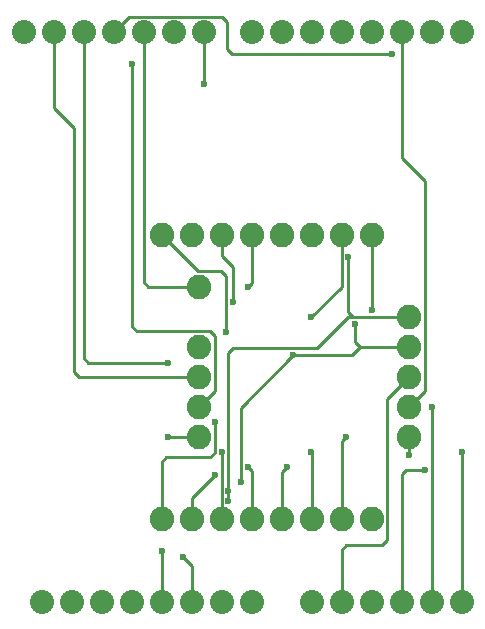
<source format=gbl>
G04 DipTrace 2.3.1.0*
%INminishiftjig_Bottom.gbl*%
%MOIN*%
%ADD13C,0.01*%
%ADD15C,0.08*%
%ADD17C,0.082*%
%ADD19C,0.0236*%
%FSLAX44Y44*%
G04*
G70*
G90*
G75*
G01*
%LNBottom*%
%LPD*%
X17437Y13437D2*
D13*
X15803D1*
X15531Y13165D1*
X13584D1*
X9891Y6425D2*
X10187Y6129D1*
Y4937D1*
X15803Y13437D2*
X15643Y13597D1*
Y14209D1*
X13584Y13165D2*
X11824Y11405D1*
Y8937D1*
X10587Y22190D2*
Y23937D1*
X17437Y14437D2*
X15575D1*
X15415D1*
X14371Y13393D1*
X11575D1*
X11415Y13233D1*
Y8641D1*
X9187Y6653D2*
Y4937D1*
X15575Y14437D2*
X15415Y14597D1*
Y16437D1*
X11415Y8641D2*
Y8301D1*
X10957Y10937D2*
Y9917D1*
X10797Y9757D1*
X9347D1*
X9187Y9597D1*
Y7713D1*
X10957Y9165D2*
X10187Y8395D1*
Y7713D1*
X11187Y9937D2*
Y7713D1*
X12052Y9437D2*
X12187Y9302D1*
Y7713D1*
X13356Y9437D2*
X13187Y9268D1*
Y7713D1*
X14187Y9928D2*
Y7713D1*
X15322Y10437D2*
X15187Y10302D1*
Y7713D1*
X16187Y14665D2*
Y17161D1*
X14178Y14437D2*
X15187Y15446D1*
Y17161D1*
X12052Y15437D2*
X12187Y15572D1*
Y17161D1*
X11573Y14937D2*
Y16095D1*
X11187Y16481D1*
Y17161D1*
X11345Y13937D2*
Y15797D1*
X11185Y15957D1*
X10391D1*
X9187Y17161D1*
X10437Y12437D2*
X6427D1*
X6267Y12597D1*
Y20739D1*
X5587Y21419D1*
Y23937D1*
X9415Y12917D2*
X6747D1*
X6587Y13077D1*
Y23937D1*
X9415Y10437D2*
X10437D1*
X16867Y23199D2*
X11521D1*
X11361Y23359D1*
Y24287D1*
X11201Y24447D1*
X8097D1*
X7587Y23937D1*
X17437Y9849D2*
Y10437D1*
X8587Y23937D2*
Y15597D1*
X8747Y15437D1*
X10437D1*
X17437Y12437D2*
X16707Y11707D1*
Y7007D1*
X16547Y6847D1*
X15347D1*
X15187Y6687D1*
Y4937D1*
X19187Y9937D2*
Y4937D1*
X18187Y11437D2*
Y4937D1*
X17187D2*
Y9189D1*
X17347Y9349D1*
X17957D1*
X17437Y11437D2*
X17957Y11957D1*
Y18966D1*
X17187Y19736D1*
Y23937D1*
X8199Y22864D2*
Y14117D1*
X8359Y13957D1*
X10797D1*
X10957Y13797D1*
Y11957D1*
X10437Y11437D1*
D19*
X9891Y6425D3*
X15643Y14209D3*
X11824Y8937D3*
X13584Y13165D3*
X10587Y22190D3*
X9187Y6653D3*
X11415Y8301D3*
X15415Y16437D3*
X11415Y8641D3*
X10957Y10937D3*
Y9165D3*
X11187Y9937D3*
X12052Y9437D3*
X13356D3*
X14178Y9937D3*
X15322Y10437D3*
X16187Y14665D3*
X14178Y14437D3*
X12052Y15437D3*
X11573Y14937D3*
X11345Y13937D3*
X9415Y12917D3*
Y10437D3*
X16867Y23199D3*
X17437Y9849D3*
X19187Y9937D3*
X18187Y11437D3*
X17957Y9349D3*
X8199Y22864D3*
D15*
X5187Y4937D3*
X6187D3*
X7187D3*
X8187D3*
X9187D3*
X10187D3*
X11187D3*
X12187D3*
X14187D3*
X15187D3*
X16187D3*
X17187D3*
X18187D3*
X19187D3*
Y23937D3*
X18187D3*
X17187D3*
X16187D3*
X15187D3*
X14187D3*
X13187D3*
X12187D3*
X10587D3*
X9587D3*
X8587D3*
X7587D3*
X6587D3*
X5587D3*
X4587D3*
D17*
X9187Y7713D3*
X10187D3*
X11187D3*
X12187D3*
X13187D3*
X14187D3*
X15187D3*
X16187D3*
Y17161D3*
X15187D3*
X14187D3*
X13187D3*
X12187D3*
X11187D3*
X10187D3*
X9187D3*
X10437Y15437D3*
X17437Y10437D3*
X10437D3*
Y12437D3*
Y13437D3*
X17437Y12437D3*
Y14437D3*
Y13437D3*
Y11437D3*
X10437D3*
M02*

</source>
